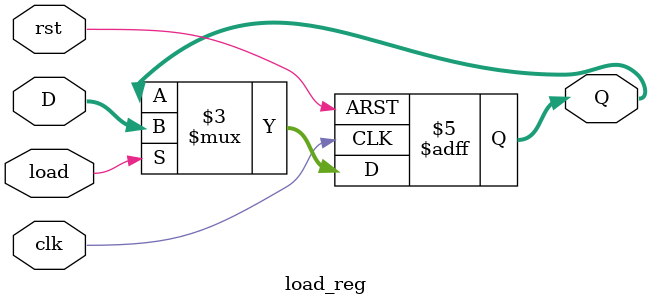
<source format=v>
`timescale 1ns / 1ps
module load_reg(clk, rst, load, D, Q);
	input clk, rst, load; 
	input [7:0] D;
	
	output reg [7:0] Q; 
	
	always @ (posedge clk, posedge rst)
		if (rst)     Q <= 8'b0;
		else begin
			if (load) Q <= D;
			else      Q <= Q; 
		end
endmodule

</source>
